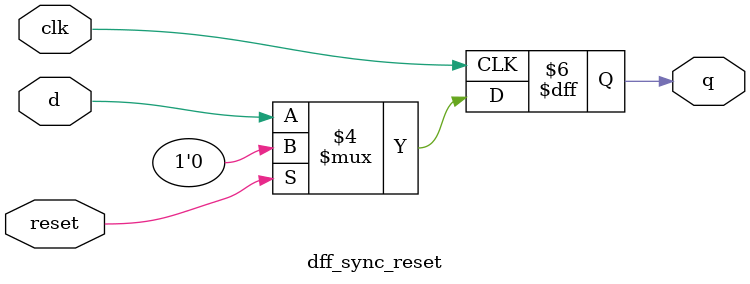
<source format=v>
module dff_sync_reset (
    input clk,
    input reset,
    input d,
    output reg q
);
    always @(posedge clk) begin
        if (reset==1'b1) q<=1'b0;
        else q<=d;
    end
    
endmodule
</source>
